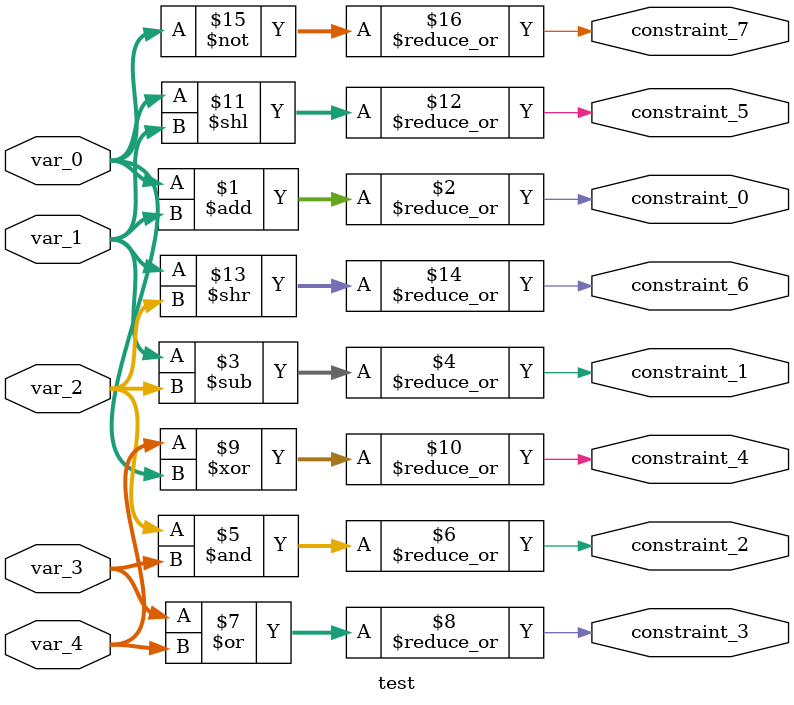
<source format=v>
module test(var_0, var_1, var_2, var_3, var_4, constraint_0, constraint_1, constraint_2, constraint_3, constraint_4, constraint_5, constraint_6, constraint_7);
    input [1:0] var_0;
    input [2:0] var_1;
    input [3:0] var_2;
    input [4:0] var_3;
    input [5:0] var_4;
    output wire constraint_0;
    output wire constraint_1;
    output wire constraint_2;
    output wire constraint_3;
    output wire constraint_4;
    output wire constraint_5;
    output wire constraint_6;
    output wire constraint_7;

    assign constraint_0 = |(var_0 + var_1);
    assign constraint_1 = |(var_1 - var_2);
    assign constraint_2 = |(var_2 & var_3);
    assign constraint_3 = |(var_3 | var_4);
    assign constraint_4 = |(var_4 ^ var_0);
    assign constraint_5 = |(var_0 << var_1);
    assign constraint_6 = |(var_1 >> var_2);
    assign constraint_7 = |(~(var_0));
endmodule
</source>
